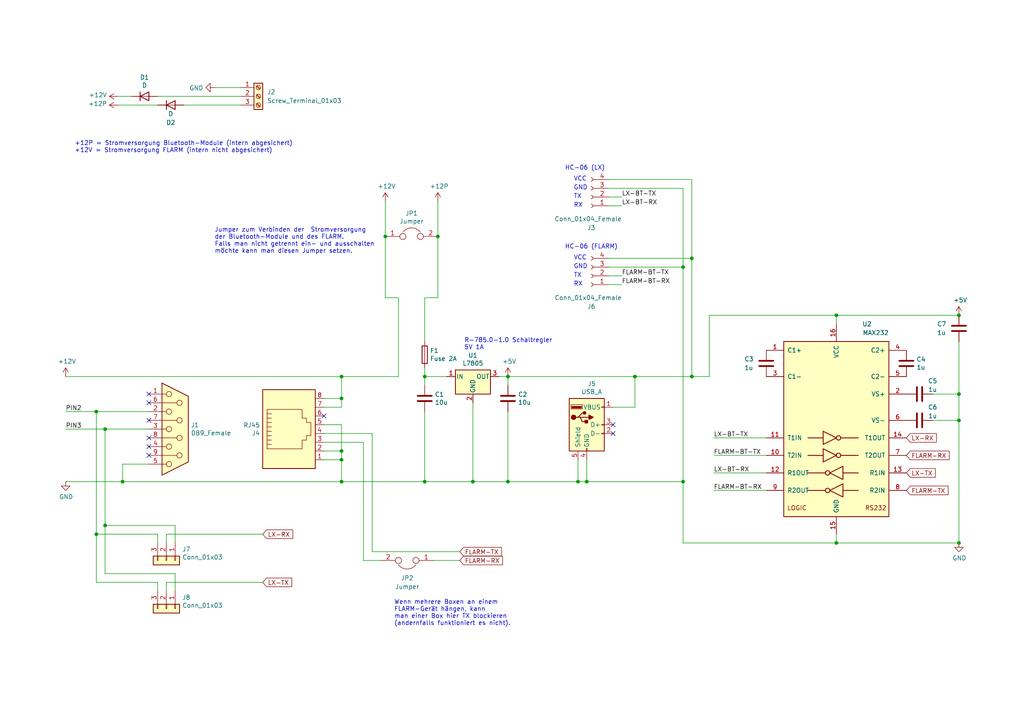
<source format=kicad_sch>
(kicad_sch (version 20250114) (generator "eeschema") (generator_version "9.0")
  (paper "A4")
  (lib_symbols
    (symbol "Connector:RJ45" (pin_names (offset 1.016))
      (property "Reference" "J" (at -5.08 13.97 0))
      (property "Value" "RJ45" (at 2.54 13.97 0))
      (symbol "RJ45_0_1"
        (polyline (pts (xy -6.35 1.905) (xy -5.08 1.905) (xy -5.08 1.905)))
        (polyline (pts (xy -6.35 0.635) (xy -5.08 0.635) (xy -5.08 0.635)))
        (polyline (pts (xy -6.35 -0.635) (xy -5.08 -0.635) (xy -5.08 -0.635)))
        (polyline (pts (xy -6.35 -1.905) (xy -5.08 -1.905) (xy -5.08 -1.905)))
        (polyline (pts (xy -6.35 -3.175) (xy -5.08 -3.175) (xy -5.08 -3.175)))
        (polyline (pts (xy -6.35 -4.445) (xy -6.35 6.985) (xy 3.81 6.985) (xy 3.81 4.445) (xy 5.08 4.445) (xy 5.08 3.175) (xy 6.35 3.175) (xy 6.35 -0.635) (xy 5.08 -0.635) (xy 5.08 -1.905) (xy 3.81 -1.905) (xy 3.81 -4.445) (xy -6.35 -4.445) (xy -6.35 -4.445)))
        (polyline (pts (xy -5.08 5.715) (xy -6.35 5.715)))
        (polyline (pts (xy -5.08 4.445) (xy -6.35 4.445)))
        (polyline (pts (xy -5.08 3.175) (xy -6.35 3.175) (xy -6.35 3.175)))
        (rectangle (start 7.62 12.7) (end -7.62 -10.16) (stroke (width 0.254)) (fill (type background)))
      )
      (symbol "RJ45_1_1"
        (pin passive line (at 10.16 10.16 180) (length 2.54) (name "~") (number "8"))
        (pin passive line (at 10.16 7.62 180) (length 2.54) (name "~") (number "7"))
        (pin passive line (at 10.16 5.08 180) (length 2.54) (name "~") (number "6"))
        (pin passive line (at 10.16 2.54 180) (length 2.54) (name "~") (number "5"))
        (pin passive line (at 10.16 0 180) (length 2.54) (name "~") (number "4"))
        (pin passive line (at 10.16 -2.54 180) (length 2.54) (name "~") (number "3"))
        (pin passive line (at 10.16 -5.08 180) (length 2.54) (name "~") (number "2"))
        (pin passive line (at 10.16 -7.62 180) (length 2.54) (name "~") (number "1"))
      )
    )
    (symbol "Connector:Screw_Terminal_01x03" (pin_names (offset 1.016) (hide yes))
      (property "Reference" "J" (at 0 5.08 0))
      (property "Value" "Screw_Terminal_01x03" (at 0 -5.08 0))
      (symbol "Screw_Terminal_01x03_1_1"
        (rectangle (start -1.27 3.81) (end 1.27 -3.81) (stroke (width 0.254)) (fill (type background)))
        (polyline (pts (xy -0.5334 2.8702) (xy 0.3302 2.032)) (stroke (width 0.1524)))
        (polyline (pts (xy -0.5334 0.3302) (xy 0.3302 -0.508)) (stroke (width 0.1524)))
        (polyline (pts (xy -0.5334 -2.2098) (xy 0.3302 -3.048)) (stroke (width 0.1524)))
        (polyline (pts (xy -0.3556 3.048) (xy 0.508 2.2098)) (stroke (width 0.1524)))
        (polyline (pts (xy -0.3556 0.508) (xy 0.508 -0.3302)) (stroke (width 0.1524)))
        (polyline (pts (xy -0.3556 -2.032) (xy 0.508 -2.8702)) (stroke (width 0.1524)))
        (circle (center 0 2.54) (radius 0.635) (stroke (width 0.1524)))
        (circle (center 0 0) (radius 0.635) (stroke (width 0.1524)))
        (circle (center 0 -2.54) (radius 0.635) (stroke (width 0.1524)))
        (pin passive line (at -5.08 2.54 0) (length 3.81) (name "Pin_1") (number "1"))
        (pin passive line (at -5.08 0 0) (length 3.81) (name "Pin_2") (number "2"))
        (pin passive line (at -5.08 -2.54 0) (length 3.81) (name "Pin_3") (number "3"))
      )
    )
    (symbol "Connector_Generic:Conn_01x03" (pin_names (offset 1.016) (hide yes))
      (property "Reference" "J" (at 0 5.08 0))
      (property "Value" "Conn_01x03" (at 0 -5.08 0))
      (symbol "Conn_01x03_1_1"
        (rectangle (start -1.27 3.81) (end 1.27 -3.81) (stroke (width 0.254)) (fill (type background)))
        (rectangle (start -1.27 2.667) (end 0 2.413) (stroke (width 0.1524)))
        (rectangle (start -1.27 0.127) (end 0 -0.127) (stroke (width 0.1524)))
        (rectangle (start -1.27 -2.413) (end 0 -2.667) (stroke (width 0.1524)))
        (pin passive line (at -5.08 2.54 0) (length 3.81) (name "Pin_1") (number "1"))
        (pin passive line (at -5.08 0 0) (length 3.81) (name "Pin_2") (number "2"))
        (pin passive line (at -5.08 -2.54 0) (length 3.81) (name "Pin_3") (number "3"))
      )
    )
    (symbol "Device:C" (pin_numbers (hide yes)) (pin_names (offset 0.254))
      (property "Reference" "C" (at 0.635 2.54 0))
      (property "Value" "C" (at 0.635 -2.54 0))
      (symbol "C_0_1"
        (polyline (pts (xy -2.032 0.762) (xy 2.032 0.762)) (stroke (width 0.508)))
        (polyline (pts (xy -2.032 -0.762) (xy 2.032 -0.762)) (stroke (width 0.508)))
      )
      (symbol "C_1_1"
        (pin passive line (at 0 3.81 270) (length 2.794) (name "~") (number "1"))
        (pin passive line (at 0 -3.81 90) (length 2.794) (name "~") (number "2"))
      )
    )
    (symbol "Device:D" (pin_numbers (hide yes)) (pin_names (offset 1.016) (hide yes))
      (property "Reference" "D" (at 0 2.54 0))
      (property "Value" "D" (at 0 -2.54 0))
      (symbol "D_0_1"
        (polyline (pts (xy -1.27 1.27) (xy -1.27 -1.27)) (stroke (width 0.254)))
        (polyline (pts (xy 1.27 1.27) (xy 1.27 -1.27) (xy -1.27 0) (xy 1.27 1.27)) (stroke (width 0.254)))
        (polyline (pts (xy 1.27 0) (xy -1.27 0)))
      )
      (symbol "D_1_1"
        (pin passive line (at -3.81 0 0) (length 2.54) (name "K") (number "1"))
        (pin passive line (at 3.81 0 180) (length 2.54) (name "A") (number "2"))
      )
    )
    (symbol "Device:Fuse" (pin_numbers (hide yes)) (pin_names (offset 0))
      (property "Reference" "F" (at 2.032 0 90))
      (property "Value" "Fuse" (at -1.905 0 90))
      (symbol "Fuse_0_1"
        (rectangle (start -0.762 -2.54) (end 0.762 2.54) (stroke (width 0.254)))
        (polyline (pts (xy 0 2.54) (xy 0 -2.54)))
      )
      (symbol "Fuse_1_1"
        (pin passive line (at 0 3.81 270) (length 1.27) (name "~") (number "1"))
        (pin passive line (at 0 -3.81 90) (length 1.27) (name "~") (number "2"))
      )
    )
    (symbol "Interface_UART:MAX232" (pin_names (offset 1.016))
      (property "Reference" "U" (at -2.54 28.575 0))
      (property "Value" "MAX232" (at -2.54 26.67 0))
      (symbol "MAX232_0_0"
        (text "LOGIC" (at -11.43 -22.86 0) (effects (font (size 1.27 1.27))))
        (text "RS232" (at 11.43 -22.86 0) (effects (font (size 1.27 1.27))))
      )
      (symbol "MAX232_0_1"
        (rectangle (start -15.24 -25.4) (end 15.24 25.4) (stroke (width 0.254)) (fill (type background)))
        (polyline (pts (xy -3.81 -0.635) (xy -3.81 -4.445) (xy 0 -2.54) (xy -3.81 -0.635)) (stroke (width 0.254)))
        (polyline (pts (xy -3.81 -2.54) (xy -8.255 -2.54)) (stroke (width 0.254)))
        (polyline (pts (xy -3.81 -5.715) (xy -3.81 -9.525) (xy 0 -7.62) (xy -3.81 -5.715)) (stroke (width 0.254)))
        (polyline (pts (xy -3.81 -7.62) (xy -8.255 -7.62)) (stroke (width 0.254)))
        (polyline (pts (xy -3.175 -12.7) (xy -8.255 -12.7)) (stroke (width 0.254)))
        (polyline (pts (xy -3.175 -17.78) (xy -8.255 -17.78)) (stroke (width 0.254)))
        (circle (center -2.54 -12.7) (radius 0.635) (stroke (width 0.254)))
        (circle (center -2.54 -17.78) (radius 0.635) (stroke (width 0.254)))
        (circle (center 0.635 -2.54) (radius 0.635) (stroke (width 0.254)))
        (circle (center 0.635 -7.62) (radius 0.635) (stroke (width 0.254)))
        (polyline (pts (xy 1.27 -2.54) (xy 6.35 -2.54)) (stroke (width 0.254)))
        (polyline (pts (xy 1.27 -7.62) (xy 6.35 -7.62)) (stroke (width 0.254)))
        (polyline (pts (xy 1.905 -10.795) (xy 1.905 -14.605) (xy -1.905 -12.7) (xy 1.905 -10.795)) (stroke (width 0.254)))
        (polyline (pts (xy 1.905 -12.7) (xy 6.35 -12.7)) (stroke (width 0.254)))
        (polyline (pts (xy 1.905 -15.875) (xy 1.905 -19.685) (xy -1.905 -17.78) (xy 1.905 -15.875)) (stroke (width 0.254)))
        (polyline (pts (xy 1.905 -17.78) (xy 6.35 -17.78)) (stroke (width 0.254)))
      )
      (symbol "MAX232_1_1"
        (pin passive line (at -20.32 22.86 0) (length 5.08) (name "C1+") (number "1"))
        (pin passive line (at -20.32 15.24 0) (length 5.08) (name "C1-") (number "3"))
        (pin input line (at -20.32 -2.54 0) (length 5.08) (name "T1IN") (number "11"))
        (pin input line (at -20.32 -7.62 0) (length 5.08) (name "T2IN") (number "10"))
        (pin output line (at -20.32 -12.7 0) (length 5.08) (name "R1OUT") (number "12"))
        (pin output line (at -20.32 -17.78 0) (length 5.08) (name "R2OUT") (number "9"))
        (pin power_in line (at 0 30.48 270) (length 5.08) (name "VCC") (number "16"))
        (pin power_in line (at 0 -30.48 90) (length 5.08) (name "GND") (number "15"))
        (pin passive line (at 20.32 22.86 180) (length 5.08) (name "C2+") (number "4"))
        (pin passive line (at 20.32 15.24 180) (length 5.08) (name "C2-") (number "5"))
        (pin power_out line (at 20.32 10.16 180) (length 5.08) (name "VS+") (number "2"))
        (pin power_out line (at 20.32 2.54 180) (length 5.08) (name "VS-") (number "6"))
        (pin output line (at 20.32 -2.54 180) (length 5.08) (name "T1OUT") (number "14"))
        (pin output line (at 20.32 -7.62 180) (length 5.08) (name "T2OUT") (number "7"))
        (pin input line (at 20.32 -12.7 180) (length 5.08) (name "R1IN") (number "13"))
        (pin input line (at 20.32 -17.78 180) (length 5.08) (name "R2IN") (number "8"))
      )
    )
    (symbol "Regulator_Linear:L7805" (pin_names (offset 0.254))
      (property "Reference" "U" (at -3.81 3.175 0))
      (property "Value" "L7805" (at 0 3.175 0))
      (symbol "L7805_0_1"
        (rectangle (start -5.08 1.905) (end 5.08 -5.08) (stroke (width 0.254)) (fill (type background)))
      )
      (symbol "L7805_1_1"
        (pin power_in line (at -7.62 0 0) (length 2.54) (name "IN") (number "1"))
        (pin power_in line (at 0 -7.62 90) (length 2.54) (name "GND") (number "2"))
        (pin power_out line (at 7.62 0 180) (length 2.54) (name "OUT") (number "3"))
      )
    )
    (symbol "bluetoothkiste-rescue:+12P-power" (power) (pin_names (offset 0))
      (property "Value" "power_+12P" (at 0 3.556 0))
      (symbol "+12P-power_0_1"
        (polyline (pts (xy -0.762 1.27) (xy 0 2.54)))
        (polyline (pts (xy 0 2.54) (xy 0.762 1.27)))
        (polyline (pts (xy 0 0) (xy 0 2.54)))
      )
      (symbol "+12P-power_1_1"
        (pin power_in line (at 0 0 90) (length 0) (hide yes) (name "+12P") (number "1"))
      )
    )
    (symbol "bluetoothkiste-rescue:+12V-power" (power) (pin_names (offset 0))
      (property "Value" "power_+12V" (at 0 3.556 0))
      (symbol "+12V-power_0_1"
        (polyline (pts (xy -0.762 1.27) (xy 0 2.54)))
        (polyline (pts (xy 0 2.54) (xy 0.762 1.27)))
        (polyline (pts (xy 0 0) (xy 0 2.54)))
      )
      (symbol "+12V-power_1_1"
        (pin power_in line (at 0 0 90) (length 0) (hide yes) (name "+12V") (number "1"))
      )
    )
    (symbol "bluetoothkiste-rescue:+5V-power" (power) (pin_names (offset 0))
      (property "Value" "power_+5V" (at 0 3.556 0))
      (symbol "+5V-power_0_1"
        (polyline (pts (xy -0.762 1.27) (xy 0 2.54)))
        (polyline (pts (xy 0 2.54) (xy 0.762 1.27)))
        (polyline (pts (xy 0 0) (xy 0 2.54)))
      )
      (symbol "+5V-power_1_1"
        (pin power_in line (at 0 0 90) (length 0) (hide yes) (name "+5V") (number "1"))
      )
    )
    (symbol "bluetoothkiste-rescue:Conn_01x04_Female-Connector" (pin_names (offset 1.016) (hide yes))
      (property "Reference" "J" (at 0 5.08 0))
      (property "Value" "Connector_Conn_01x04_Female" (at 0 -7.62 0))
      (symbol "Conn_01x04_Female-Connector_1_1"
        (polyline (pts (xy -1.27 2.54) (xy -0.508 2.54)) (stroke (width 0.1524)))
        (polyline (pts (xy -1.27 0) (xy -0.508 0)) (stroke (width 0.1524)))
        (polyline (pts (xy -1.27 -2.54) (xy -0.508 -2.54)) (stroke (width 0.1524)))
        (polyline (pts (xy -1.27 -5.08) (xy -0.508 -5.08)) (stroke (width 0.1524)))
        (arc (start 0 2.032) (mid -0.508 2.54) (end 0 3.048) (stroke (width 0.1524)))
        (arc (start 0 -0.508) (mid -0.508 0) (end 0 0.508) (stroke (width 0.1524)))
        (arc (start 0 -3.048) (mid -0.508 -2.54) (end 0 -2.032) (stroke (width 0.1524)))
        (arc (start 0 -5.588) (mid -0.508 -5.08) (end 0 -4.572) (stroke (width 0.1524)))
        (pin passive line (at -5.08 2.54 0) (length 3.81) (name "Pin_1") (number "1"))
        (pin passive line (at -5.08 0 0) (length 3.81) (name "Pin_2") (number "2"))
        (pin passive line (at -5.08 -2.54 0) (length 3.81) (name "Pin_3") (number "3"))
        (pin passive line (at -5.08 -5.08 0) (length 3.81) (name "Pin_4") (number "4"))
      )
    )
    (symbol "bluetoothkiste-rescue:DB9_Female-Connector" (pin_names (offset 1.016) (hide yes))
      (property "Reference" "J" (at 0 13.97 0))
      (property "Value" "Connector_DB9_Female" (at 0 -14.605 0))
      (symbol "DB9_Female-Connector_0_1"
        (polyline (pts (xy -3.81 13.335) (xy -3.81 -13.335) (xy 3.81 -9.525) (xy 3.81 9.525) (xy -3.81 13.335)) (stroke (width 0.254)) (fill (type background)))
        (polyline (pts (xy -3.81 10.16) (xy -2.54 10.16)))
        (polyline (pts (xy -3.81 7.62) (xy 0.508 7.62)))
        (polyline (pts (xy -3.81 5.08) (xy -2.54 5.08)))
        (polyline (pts (xy -3.81 2.54) (xy 0.508 2.54)))
        (polyline (pts (xy -3.81 0) (xy -2.54 0)))
        (polyline (pts (xy -3.81 -2.54) (xy 0.508 -2.54)))
        (polyline (pts (xy -3.81 -5.08) (xy -2.54 -5.08)))
        (polyline (pts (xy -3.81 -7.62) (xy 0.508 -7.62)))
        (polyline (pts (xy -3.81 -10.16) (xy -2.54 -10.16)))
        (circle (center -1.778 10.16) (radius 0.762))
        (circle (center -1.778 5.08) (radius 0.762))
        (circle (center -1.778 0) (radius 0.762))
        (circle (center -1.778 -5.08) (radius 0.762))
        (circle (center -1.778 -10.16) (radius 0.762))
        (circle (center 1.27 7.62) (radius 0.762))
        (circle (center 1.27 2.54) (radius 0.762))
        (circle (center 1.27 -2.54) (radius 0.762))
        (circle (center 1.27 -7.62) (radius 0.762))
      )
      (symbol "DB9_Female-Connector_1_1"
        (pin passive line (at -7.62 10.16 0) (length 3.81) (name "1") (number "1"))
        (pin passive line (at -7.62 7.62 0) (length 3.81) (name "6") (number "6"))
        (pin passive line (at -7.62 5.08 0) (length 3.81) (name "2") (number "2"))
        (pin passive line (at -7.62 2.54 0) (length 3.81) (name "7") (number "7"))
        (pin passive line (at -7.62 0 0) (length 3.81) (name "3") (number "3"))
        (pin passive line (at -7.62 -2.54 0) (length 3.81) (name "8") (number "8"))
        (pin passive line (at -7.62 -5.08 0) (length 3.81) (name "4") (number "4"))
        (pin passive line (at -7.62 -7.62 0) (length 3.81) (name "9") (number "9"))
        (pin passive line (at -7.62 -10.16 0) (length 3.81) (name "5") (number "5"))
      )
    )
    (symbol "bluetoothkiste-rescue:GND-power" (power) (pin_names (offset 0))
      (property "Value" "power_GND" (at 0 -3.81 0))
      (symbol "GND-power_0_1"
        (polyline (pts (xy 0 0) (xy 0 -1.27) (xy 1.27 -1.27) (xy 0 -2.54) (xy -1.27 -1.27) (xy 0 -1.27)))
      )
      (symbol "GND-power_1_1"
        (pin power_in line (at 0 0 270) (length 0) (hide yes) (name "GND") (number "1"))
      )
    )
    (symbol "bluetoothkiste-rescue:Jumper-Device" (pin_names (offset 0.762) (hide yes))
      (property "Reference" "JP" (at 0 3.81 0))
      (property "Value" "Device_Jumper" (at 0 -2.032 0))
      (symbol "Jumper-Device_0_1"
        (circle (center -2.54 0) (radius 0.889))
        (arc (start -2.4892 1.27) (mid 0.0077 2.4896) (end 2.5146 1.27))
        (circle (center 2.54 0) (radius 0.889))
        (pin passive line (at -7.62 0 0) (length 4.191) (name "1") (number "1"))
        (pin passive line (at 7.62 0 180) (length 4.191) (name "2") (number "2"))
      )
    )
    (symbol "bluetoothkiste-rescue:USB_A-Connector" (pin_names (offset 1.016))
      (property "Reference" "J" (at -5.08 11.43 0))
      (property "Value" "Connector_USB_A" (at -5.08 8.89 0))
      (symbol "USB_A-Connector_0_1"
        (rectangle (start -5.08 -7.62) (end 5.08 7.62) (stroke (width 0.254)) (fill (type background)))
        (circle (center -3.81 2.159) (radius 0.635) (stroke (width 0.254)) (fill (type outline)))
        (polyline (pts (xy -3.175 2.159) (xy -2.54 2.159) (xy -1.27 3.429) (xy -0.635 3.429)) (stroke (width 0.254)))
        (polyline (pts (xy -2.54 2.159) (xy -1.905 2.159) (xy -1.27 0.889) (xy 0 0.889)) (stroke (width 0.254)))
        (rectangle (start -1.524 4.826) (end -4.318 5.334) (fill (type outline)))
        (rectangle (start -1.27 4.572) (end -4.572 5.842))
        (circle (center -0.635 3.429) (radius 0.381) (stroke (width 0.254)) (fill (type outline)))
        (rectangle (start -0.127 -7.62) (end 0.127 -6.858))
        (rectangle (start 0.254 1.27) (end -0.508 0.508) (stroke (width 0.254)) (fill (type outline)))
        (polyline (pts (xy 0.635 2.794) (xy 0.635 1.524) (xy 1.905 2.159) (xy 0.635 2.794)) (stroke (width 0.254)) (fill (type outline)))
        (rectangle (start 5.08 4.953) (end 4.318 5.207))
        (rectangle (start 5.08 -0.127) (end 4.318 0.127))
        (rectangle (start 5.08 -2.667) (end 4.318 -2.413))
      )
      (symbol "USB_A-Connector_1_1"
        (polyline (pts (xy -1.905 2.159) (xy 0.635 2.159)) (stroke (width 0.254)))
        (pin passive line (at -2.54 -10.16 90) (length 2.54) (name "Shield") (number "5"))
        (pin power_in line (at 0 -10.16 90) (length 2.54) (name "GND") (number "4"))
        (pin power_in line (at 7.62 5.08 180) (length 2.54) (name "VBUS") (number "1"))
        (pin passive line (at 7.62 0 180) (length 2.54) (name "D+") (number "3"))
        (pin passive line (at 7.62 -2.54 180) (length 2.54) (name "D-") (number "2"))
      )
    )
  )
  (text "GND" (at 166.37 78.105 0) (effects (font (size 1.27 1.27)) (justify left bottom)))
  (text "HC-06 (LX)" (at 163.83 49.53 0) (effects (font (size 1.27 1.27)) (justify left bottom)))
  (text "R-785.0-1.0 Schaltregler\n5V 1A" (at 134.62 101.6 0) (effects (font (size 1.27 1.27)) (justify left bottom)))
  (text "GND" (at 166.37 55.245 0) (effects (font (size 1.27 1.27)) (justify left bottom)))
  (text "VCC" (at 166.37 52.705 0) (effects (font (size 1.27 1.27)) (justify left bottom)))
  (text "+12P = Stromversorgung Bluetooth-Module (intern abgesichert)\n+12V = Stromversorgung FLARM (intern nicht abgesichert)" (at 21.59 44.45 0) (effects (font (size 1.27 1.27)) (justify left bottom)))
  (text "RX" (at 166.37 83.185 0) (effects (font (size 1.27 1.27)) (justify left bottom)))
  (text "HC-06 (FLARM)" (at 163.83 72.39 0) (effects (font (size 1.27 1.27)) (justify left bottom)))
  (text "TX" (at 166.37 57.785 0) (effects (font (size 1.27 1.27)) (justify left bottom)))
  (text "Wenn mehrere Boxen an einem \nFLARM-Gerät hängen, kann\nman einer Box hier TX blockieren\n(andernfalls funktioniert es nicht)." (at 114.3 181.61 0) (effects (font (size 1.27 1.27)) (justify left bottom)))
  (text "VCC" (at 166.37 75.565 0) (effects (font (size 1.27 1.27)) (justify left bottom)))
  (text "RX" (at 166.37 60.325 0) (effects (font (size 1.27 1.27)) (justify left bottom)))
  (text "TX" (at 166.37 80.645 0) (effects (font (size 1.27 1.27)) (justify left bottom)))
  (text "Jumper zum Verbinden der  Stromversorgung \nder Bluetooth-Module und des FLARM. \nFalls man nicht getrennt ein- und ausschalten\nmöchte kann man diesen Jumper setzen." (at 62.23 73.66 0) (effects (font (size 1.27 1.27)) (justify left bottom)))
  (junction (at 99.06 109.22))
  (junction (at 278.13 114.3))
  (junction (at 167.64 139.7))
  (junction (at 147.32 109.22))
  (junction (at 123.19 109.22))
  (junction (at 30.48 152.4))
  (junction (at 99.06 130.81))
  (junction (at 127 68.58))
  (junction (at 35.56 139.7))
  (junction (at 242.57 157.48))
  (junction (at 99.06 133.35))
  (junction (at 27.94 119.38))
  (junction (at 99.06 115.57))
  (junction (at 123.19 139.7))
  (junction (at 184.15 109.22))
  (junction (at 200.66 74.93))
  (junction (at 147.32 139.7))
  (junction (at 170.18 139.7))
  (junction (at 278.13 157.48))
  (junction (at 198.12 139.7))
  (junction (at 200.66 109.22))
  (junction (at 278.13 91.44))
  (junction (at 27.94 154.94))
  (junction (at 242.57 91.44))
  (junction (at 198.12 77.47))
  (junction (at 111.76 68.58))
  (junction (at 30.48 124.46))
  (junction (at 137.16 139.7))
  (junction (at 99.06 139.7))
  (junction (at 278.13 121.92))
  (no_connect (at 43.18 121.92))
  (no_connect (at 177.8 125.73))
  (no_connect (at 43.18 114.3))
  (no_connect (at 43.18 132.08))
  (no_connect (at 43.18 129.54))
  (no_connect (at 93.98 120.65))
  (no_connect (at 177.8 123.19))
  (no_connect (at 43.18 127))
  (no_connect (at 43.18 116.84))
  (wire (pts (xy 137.16 139.7) (xy 147.32 139.7)))
  (wire (pts (xy 48.26 168.91) (xy 48.26 171.45)))
  (wire (pts (xy 105.41 162.56) (xy 105.41 128.27)))
  (wire (pts (xy 123.19 86.36) (xy 123.19 99.06)))
  (wire (pts (xy 93.98 128.27) (xy 105.41 128.27)))
  (wire (pts (xy 184.15 118.11) (xy 184.15 109.22)))
  (wire (pts (xy 35.56 139.7) (xy 99.06 139.7)))
  (wire (pts (xy 34.29 30.48) (xy 45.72 30.48)))
  (wire (pts (xy 99.06 118.11) (xy 99.06 115.57)))
  (wire (pts (xy 147.32 111.76) (xy 147.32 109.22)))
  (wire (pts (xy 137.16 116.84) (xy 137.16 139.7)))
  (wire (pts (xy 50.8 166.37) (xy 30.48 166.37)))
  (wire (pts (xy 198.12 139.7) (xy 198.12 157.48)))
  (wire (pts (xy 38.1 27.94) (xy 34.29 27.94)))
  (wire (pts (xy 99.06 139.7) (xy 123.19 139.7)))
  (wire (pts (xy 127 86.36) (xy 123.19 86.36)))
  (wire (pts (xy 123.19 139.7) (xy 137.16 139.7)))
  (wire (pts (xy 198.12 157.48) (xy 242.57 157.48)))
  (wire (pts (xy 107.95 160.02) (xy 107.95 125.73)))
  (wire (pts (xy 207.01 127) (xy 222.25 127)))
  (wire (pts (xy 30.48 124.46) (xy 43.18 124.46)))
  (wire (pts (xy 99.06 123.19) (xy 93.98 123.19)))
  (wire (pts (xy 200.66 74.93) (xy 200.66 109.22)))
  (wire (pts (xy 133.35 162.56) (xy 125.73 162.56)))
  (wire (pts (xy 170.18 133.35) (xy 170.18 139.7)))
  (wire (pts (xy 45.72 27.94) (xy 69.85 27.94)))
  (wire (pts (xy 147.32 119.38) (xy 147.32 139.7)))
  (wire (pts (xy 198.12 77.47) (xy 198.12 139.7)))
  (wire (pts (xy 176.53 80.01) (xy 180.34 80.01)))
  (wire (pts (xy 48.26 154.94) (xy 48.26 157.48)))
  (wire (pts (xy 93.98 125.73) (xy 107.95 125.73)))
  (wire (pts (xy 176.53 77.47) (xy 198.12 77.47)))
  (wire (pts (xy 123.19 109.22) (xy 129.54 109.22)))
  (wire (pts (xy 144.78 109.22) (xy 147.32 109.22)))
  (wire (pts (xy 123.19 106.68) (xy 123.19 109.22)))
  (wire (pts (xy 48.26 154.94) (xy 76.2 154.94)))
  (wire (pts (xy 115.57 86.36) (xy 115.57 109.22)))
  (wire (pts (xy 167.64 133.35) (xy 167.64 139.7)))
  (wire (pts (xy 207.01 142.24) (xy 222.25 142.24)))
  (wire (pts (xy 176.53 57.15) (xy 180.34 57.15)))
  (wire (pts (xy 198.12 54.61) (xy 198.12 77.47)))
  (wire (pts (xy 184.15 109.22) (xy 200.66 109.22)))
  (wire (pts (xy 45.72 168.91) (xy 27.94 168.91)))
  (wire (pts (xy 222.25 132.08) (xy 207.01 132.08)))
  (wire (pts (xy 27.94 119.38) (xy 43.18 119.38)))
  (wire (pts (xy 45.72 171.45) (xy 45.72 168.91)))
  (wire (pts (xy 270.51 114.3) (xy 278.13 114.3)))
  (wire (pts (xy 207.01 137.16) (xy 222.25 137.16)))
  (wire (pts (xy 198.12 54.61) (xy 176.53 54.61)))
  (wire (pts (xy 99.06 123.19) (xy 99.06 130.81)))
  (wire (pts (xy 167.64 139.7) (xy 170.18 139.7)))
  (wire (pts (xy 278.13 99.06) (xy 278.13 114.3)))
  (wire (pts (xy 27.94 119.38) (xy 27.94 154.94)))
  (wire (pts (xy 123.19 109.22) (xy 123.19 111.76)))
  (wire (pts (xy 35.56 134.62) (xy 35.56 139.7)))
  (wire (pts (xy 205.74 91.44) (xy 205.74 109.22)))
  (wire (pts (xy 200.66 52.07) (xy 200.66 74.93)))
  (wire (pts (xy 170.18 139.7) (xy 198.12 139.7)))
  (wire (pts (xy 176.53 52.07) (xy 200.66 52.07)))
  (wire (pts (xy 242.57 157.48) (xy 242.57 154.94)))
  (wire (pts (xy 115.57 109.22) (xy 99.06 109.22)))
  (wire (pts (xy 176.53 82.55) (xy 180.34 82.55)))
  (wire (pts (xy 45.72 154.94) (xy 27.94 154.94)))
  (wire (pts (xy 270.51 121.92) (xy 278.13 121.92)))
  (wire (pts (xy 176.53 59.69) (xy 180.34 59.69)))
  (wire (pts (xy 30.48 166.37) (xy 30.48 152.4)))
  (wire (pts (xy 200.66 109.22) (xy 205.74 109.22)))
  (wire (pts (xy 69.85 25.4) (xy 62.23 25.4)))
  (wire (pts (xy 99.06 130.81) (xy 99.06 133.35)))
  (wire (pts (xy 50.8 152.4) (xy 30.48 152.4)))
  (wire (pts (xy 242.57 93.98) (xy 242.57 91.44)))
  (wire (pts (xy 99.06 133.35) (xy 99.06 139.7)))
  (wire (pts (xy 93.98 133.35) (xy 99.06 133.35)))
  (wire (pts (xy 147.32 109.22) (xy 184.15 109.22)))
  (wire (pts (xy 242.57 91.44) (xy 278.13 91.44)))
  (wire (pts (xy 127 68.58) (xy 127 86.36)))
  (wire (pts (xy 30.48 124.46) (xy 30.48 152.4)))
  (wire (pts (xy 48.26 168.91) (xy 76.2 168.91)))
  (wire (pts (xy 45.72 157.48) (xy 45.72 154.94)))
  (wire (pts (xy 278.13 121.92) (xy 278.13 157.48)))
  (wire (pts (xy 111.76 58.42) (xy 111.76 68.58)))
  (wire (pts (xy 19.05 109.22) (xy 99.06 109.22)))
  (wire (pts (xy 111.76 68.58) (xy 111.76 86.36)))
  (wire (pts (xy 50.8 157.48) (xy 50.8 152.4)))
  (wire (pts (xy 176.53 74.93) (xy 200.66 74.93)))
  (wire (pts (xy 123.19 119.38) (xy 123.19 139.7)))
  (wire (pts (xy 110.49 162.56) (xy 105.41 162.56)))
  (wire (pts (xy 99.06 130.81) (xy 93.98 130.81)))
  (wire (pts (xy 99.06 115.57) (xy 99.06 109.22)))
  (wire (pts (xy 19.05 124.46) (xy 30.48 124.46)))
  (wire (pts (xy 19.05 119.38) (xy 27.94 119.38)))
  (wire (pts (xy 107.95 160.02) (xy 133.35 160.02)))
  (wire (pts (xy 242.57 157.48) (xy 278.13 157.48)))
  (wire (pts (xy 27.94 168.91) (xy 27.94 154.94)))
  (wire (pts (xy 50.8 171.45) (xy 50.8 166.37)))
  (wire (pts (xy 177.8 118.11) (xy 184.15 118.11)))
  (wire (pts (xy 19.05 139.7) (xy 35.56 139.7)))
  (wire (pts (xy 147.32 139.7) (xy 167.64 139.7)))
  (wire (pts (xy 99.06 118.11) (xy 93.98 118.11)))
  (wire (pts (xy 93.98 115.57) (xy 99.06 115.57)))
  (wire (pts (xy 43.18 134.62) (xy 35.56 134.62)))
  (wire (pts (xy 205.74 91.44) (xy 242.57 91.44)))
  (wire (pts (xy 111.76 86.36) (xy 115.57 86.36)))
  (wire (pts (xy 53.34 30.48) (xy 69.85 30.48)))
  (wire (pts (xy 278.13 114.3) (xy 278.13 121.92)))
  (wire (pts (xy 127 68.58) (xy 127 58.42)))
  (label "PIN3" (at 19.05 124.46 0))
  (label "LX-BT-RX" (at 180.34 59.69 0))
  (label "FLARM-BT-TX" (at 207.01 132.08 0))
  (label "LX-BT-TX" (at 207.01 127 0))
  (label "LX-BT-RX" (at 207.01 137.16 0))
  (label "PIN2" (at 19.05 119.38 0))
  (label "FLARM-BT-RX" (at 180.34 82.55 0))
  (label "FLARM-BT-TX" (at 180.34 80.01 0))
  (label "LX-BT-TX" (at 180.34 57.15 0))
  (label "FLARM-BT-RX" (at 207.01 142.24 0))
  (global_label "LX-TX" (shape input) (at 76.2 168.91 0) (property "Intersheetrefs" "${INTERSHEET_REFS}" (effects (hide yes))))
  (global_label "FLARM-RX" (shape input) (at 262.89 132.08 0) (property "Intersheetrefs" "${INTERSHEET_REFS}" (effects (hide yes))))
  (global_label "LX-RX" (shape input) (at 76.2 154.94 0) (property "Intersheetrefs" "${INTERSHEET_REFS}" (effects (hide yes))))
  (global_label "LX-RX" (shape input) (at 262.89 127 0) (property "Intersheetrefs" "${INTERSHEET_REFS}" (effects (hide yes))))
  (global_label "FLARM-TX" (shape input) (at 262.89 142.24 0) (property "Intersheetrefs" "${INTERSHEET_REFS}" (effects (hide yes))))
  (global_label "FLARM-TX" (shape input) (at 133.35 160.02 0) (property "Intersheetrefs" "${INTERSHEET_REFS}" (effects (hide yes))))
  (global_label "LX-TX" (shape input) (at 262.89 137.16 0) (property "Intersheetrefs" "${INTERSHEET_REFS}" (effects (hide yes))))
  (global_label "FLARM-RX" (shape input) (at 133.35 162.56 0) (property "Intersheetrefs" "${INTERSHEET_REFS}" (effects (hide yes))))
  (symbol (lib_id "bluetoothkiste-rescue:Conn_01x04_Female-Connector") (at 171.45 80.01 180) (unit 1)
    (property "Reference" "J6" (at 172.72 88.9 0) (effects (justify left)))
    (property "Value" "Conn_01x04_Female" (at 180.34 86.36 0) (effects (justify left)))
    (property "Footprint" "Connector_PinSocket_2.54mm:PinSocket_1x04_P2.54mm_Vertical" (effects (hide yes)))
  )
  (symbol (lib_id "Connector:Screw_Terminal_01x03") (at 74.93 27.94 0) (unit 1)
    (property "Reference" "J2" (at 77.47 26.67 0) (effects (justify left)))
    (property "Value" "Screw_Terminal_01x03" (at 77.47 29.21 0) (effects (justify left)))
    (property "Footprint" "TerminalBlock_MetzConnect:TerminalBlock_MetzConnect_Type055_RT01503HDWU_1x03_P5.00mm_Horizontal" (effects (hide yes)))
  )
  (symbol (lib_id "Connector:RJ45") (at 83.82 125.73 0) (unit 1)
    (property "Reference" "J4" (at 75.438 125.6284 0) (effects (justify right)))
    (property "Value" "RJ45" (at 75.438 123.317 0) (effects (justify right)))
    (property "Footprint" "JS_Local:RJ45_SEGOR" (effects (hide yes)))
  )
  (symbol (lib_id "Regulator_Linear:L7805") (at 137.16 109.22 0) (unit 1)
    (property "Reference" "U1" (at 137.16 103.0732 0))
    (property "Value" "L7805" (at 137.16 105.3846 0))
    (property "Footprint" "Package_TO_SOT_THT:TO-220-3_Vertical" (effects (hide yes)))
    (property "Datasheet" "http://www.st.com/content/ccc/resource/technical/document/datasheet/41/4f/b3/b0/12/d4/47/88/CD00000444.pdf/files/CD00000444.pdf/jcr:content/translations/en.CD00000444.pdf" (effects (hide yes)))
  )
  (symbol (lib_id "Device:C") (at 123.19 115.57 0) (unit 1)
    (property "Reference" "C1" (at 126.111 114.4016 0) (effects (justify left)))
    (property "Value" "10u" (at 126.111 116.713 0) (effects (justify left)))
    (property "Footprint" "Capacitor_THT:C_Rect_L7.0mm_W2.0mm_P5.00mm" (effects (hide yes)))
  )
  (symbol (lib_id "Device:C") (at 147.32 115.57 0) (unit 1)
    (property "Reference" "C2" (at 150.241 114.4016 0) (effects (justify left)))
    (property "Value" "10u" (at 150.241 116.713 0) (effects (justify left)))
    (property "Footprint" "Capacitor_THT:C_Rect_L7.0mm_W2.0mm_P5.00mm" (effects (hide yes)))
  )
  (symbol (lib_id "bluetoothkiste-rescue:+5V-power") (at 147.32 109.22 0) (unit 1)
    (property "Reference" "#PWR0101" (effects (hide yes)))
    (property "Value" "+5V" (at 147.701 104.8258 0))
  )
  (symbol (lib_id "bluetoothkiste-rescue:+12P-power") (at 127 58.42 0) (unit 1)
    (property "Reference" "#PWR0110" (effects (hide yes)))
    (property "Value" "+12P" (at 127.381 54.0258 0))
  )
  (symbol (lib_id "bluetoothkiste-rescue:DB9_Female-Connector") (at 50.8 124.46 0) (unit 1)
    (property "Reference" "J1" (at 55.3466 123.2916 0) (effects (justify left)))
    (property "Value" "DB9_Female" (at 55.3466 125.603 0) (effects (justify left)))
    (property "Footprint" "JS_Local:DSUB-9_Female_Horizontal_Pitch2.77x2.54mm_EdgePinOffset9.40mm_CLICK" (effects (hide yes)))
  )
  (symbol (lib_id "bluetoothkiste-rescue:GND-power") (at 62.23 25.4 270) (unit 1)
    (property "Reference" "#PWR0102" (effects (hide yes)))
    (property "Value" "GND" (at 58.9788 25.527 90) (effects (justify right)))
  )
  (symbol (lib_id "bluetoothkiste-rescue:+12V-power") (at 34.29 27.94 90) (unit 1)
    (property "Reference" "#PWR0103" (effects (hide yes)))
    (property "Value" "+12V" (at 31.0388 27.559 90) (effects (justify left)))
  )
  (symbol (lib_id "bluetoothkiste-rescue:+12P-power") (at 34.29 30.48 90) (unit 1)
    (property "Reference" "#PWR0104" (effects (hide yes)))
    (property "Value" "+12P" (at 31.0642 30.099 90) (effects (justify left)))
  )
  (symbol (lib_id "Interface_UART:MAX232") (at 242.57 124.46 0) (unit 1)
    (property "Reference" "U2" (at 251.46 93.98 0))
    (property "Value" "MAX232" (at 254 96.52 0))
    (property "Footprint" "Package_DIP:DIP-16_W7.62mm" (effects (hide yes)))
    (property "Datasheet" "http://www.ti.com/lit/ds/symlink/max232.pdf" (effects (hide yes)))
  )
  (symbol (lib_id "Device:Fuse") (at 123.19 102.87 0) (unit 1)
    (property "Reference" "F1" (at 124.714 101.7016 0) (effects (justify left)))
    (property "Value" "Fuse 2A" (at 124.714 104.013 0) (effects (justify left)))
    (property "Footprint" "Fuse:Fuseholder_TR5_Littelfuse_No560_No460" (effects (hide yes)))
  )
  (symbol (lib_id "bluetoothkiste-rescue:GND-power") (at 19.05 139.7 0) (unit 1)
    (property "Reference" "#PWR0105" (effects (hide yes)))
    (property "Value" "GND" (at 19.177 144.0942 0))
  )
  (symbol (lib_id "bluetoothkiste-rescue:+12V-power") (at 111.76 58.42 0) (unit 1)
    (property "Reference" "#PWR0106" (effects (hide yes)))
    (property "Value" "+12V" (at 112.141 54.0258 0))
  )
  (symbol (lib_id "bluetoothkiste-rescue:+12V-power") (at 19.05 109.22 0) (unit 1)
    (property "Reference" "#PWR0107" (effects (hide yes)))
    (property "Value" "+12V" (at 19.431 104.8258 0))
  )
  (symbol (lib_id "bluetoothkiste-rescue:GND-power") (at 278.13 157.48 0) (unit 1)
    (property "Reference" "#PWR0108" (effects (hide yes)))
    (property "Value" "GND" (at 278.257 161.8742 0))
  )
  (symbol (lib_id "bluetoothkiste-rescue:+5V-power") (at 278.13 91.44 0) (unit 1)
    (property "Reference" "#PWR0109" (effects (hide yes)))
    (property "Value" "+5V" (at 278.511 87.0458 0))
  )
  (symbol (lib_id "Device:C") (at 222.25 105.41 0) (unit 1)
    (property "Reference" "C3" (at 215.9 104.14 0) (effects (justify left)))
    (property "Value" "1u" (at 215.9 106.68 0) (effects (justify left)))
    (property "Footprint" "Capacitor_SMD:C_1206_3216Metric_Pad1.42x1.75mm_HandSolder" (effects (hide yes)))
  )
  (symbol (lib_id "Device:C") (at 262.89 105.41 0) (unit 1)
    (property "Reference" "C4" (at 265.811 104.2416 0) (effects (justify left)))
    (property "Value" "1u" (at 265.811 106.553 0) (effects (justify left)))
    (property "Footprint" "Capacitor_SMD:C_1206_3216Metric_Pad1.42x1.75mm_HandSolder" (effects (hide yes)))
  )
  (symbol (lib_id "Device:C") (at 266.7 114.3 270) (unit 1)
    (property "Reference" "C5" (at 270.51 110.49 90))
    (property "Value" "1u" (at 270.51 113.03 90))
    (property "Footprint" "Capacitor_SMD:C_1206_3216Metric_Pad1.42x1.75mm_HandSolder" (effects (hide yes)))
  )
  (symbol (lib_id "Device:C") (at 266.7 121.92 270) (unit 1)
    (property "Reference" "C6" (at 270.51 118.11 90))
    (property "Value" "1u" (at 270.51 120.65 90))
    (property "Footprint" "Capacitor_SMD:C_1206_3216Metric_Pad1.42x1.75mm_HandSolder" (effects (hide yes)))
  )
  (symbol (lib_id "Device:C") (at 278.13 95.25 0) (unit 1)
    (property "Reference" "C7" (at 271.78 93.98 0) (effects (justify left)))
    (property "Value" "1u" (at 271.78 96.52 0) (effects (justify left)))
    (property "Footprint" "Capacitor_SMD:C_1206_3216Metric_Pad1.42x1.75mm_HandSolder" (effects (hide yes)))
  )
  (symbol (lib_id "bluetoothkiste-rescue:Conn_01x04_Female-Connector") (at 171.45 57.15 180) (unit 1)
    (property "Reference" "J3" (at 172.72 66.04 0) (effects (justify left)))
    (property "Value" "Conn_01x04_Female" (at 180.34 63.5 0) (effects (justify left)))
    (property "Footprint" "Connector_PinSocket_2.54mm:PinSocket_1x04_P2.54mm_Vertical" (effects (hide yes)))
  )
  (symbol (lib_id "bluetoothkiste-rescue:USB_A-Connector") (at 170.18 123.19 0) (unit 1)
    (property "Reference" "J5" (at 171.6278 111.3282 0))
    (property "Value" "USB_A" (at 171.6278 113.6396 0))
    (property "Footprint" "JS_Local:USB_A_UPRIGHT_SEGOR" (effects (hide yes)))
  )
  (symbol (lib_id "bluetoothkiste-rescue:Jumper-Device") (at 119.38 68.58 0) (unit 1)
    (property "Reference" "JP1" (at 119.38 61.8744 0))
    (property "Value" "Jumper" (at 119.38 64.1858 0))
    (property "Footprint" "Connector_PinHeader_2.54mm:PinHeader_1x02_P2.54mm_Vertical" (effects (hide yes)))
  )
  (symbol (lib_id "Device:D") (at 49.53 30.48 0) (unit 1)
    (property "Reference" "D2" (at 49.53 35.56 0))
    (property "Value" "D" (at 49.53 33.02 0))
    (property "Footprint" "Diode_THT:D_A-405_P7.62mm_Horizontal" (effects (hide yes)))
  )
  (symbol (lib_id "Device:D") (at 41.91 27.94 0) (unit 1)
    (property "Reference" "D1" (at 41.91 22.4536 0))
    (property "Value" "D" (at 41.91 24.765 0))
    (property "Footprint" "Diode_THT:D_A-405_P7.62mm_Horizontal" (effects (hide yes)))
  )
  (symbol (lib_id "bluetoothkiste-rescue:Jumper-Device") (at 118.11 162.56 180) (unit 1)
    (property "Reference" "JP2" (at 118.11 167.64 0))
    (property "Value" "Jumper" (at 118.11 170.18 0))
    (property "Footprint" "Connector_PinHeader_2.54mm:PinHeader_1x02_P2.54mm_Vertical" (effects (hide yes)))
  )
  (symbol (lib_id "Connector_Generic:Conn_01x03") (at 48.26 162.56 270) (unit 1)
    (property "Reference" "J7" (at 52.832 159.3088 90) (effects (justify left)))
    (property "Value" "Conn_01x03" (at 52.832 161.6202 90) (effects (justify left)))
    (property "Footprint" "Connector_PinHeader_2.54mm:PinHeader_1x03_P2.54mm_Vertical" (effects (hide yes)))
  )
  (symbol (lib_id "Connector_Generic:Conn_01x03") (at 48.26 176.53 270) (unit 1)
    (property "Reference" "J8" (at 52.832 173.2788 90) (effects (justify left)))
    (property "Value" "Conn_01x03" (at 52.832 175.5902 90) (effects (justify left)))
    (property "Footprint" "Connector_PinHeader_2.54mm:PinHeader_1x03_P2.54mm_Vertical" (effects (hide yes)))
  )
)
</source>
